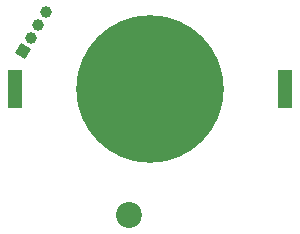
<source format=gbr>
%TF.GenerationSoftware,KiCad,Pcbnew,(6.0.4)*%
%TF.CreationDate,2022-11-09T14:01:57+01:00*%
%TF.ProjectId,cockTag,636f636b-5461-4672-9e6b-696361645f70,rev?*%
%TF.SameCoordinates,Original*%
%TF.FileFunction,Soldermask,Bot*%
%TF.FilePolarity,Negative*%
%FSLAX46Y46*%
G04 Gerber Fmt 4.6, Leading zero omitted, Abs format (unit mm)*
G04 Created by KiCad (PCBNEW (6.0.4)) date 2022-11-09 14:01:57*
%MOMM*%
%LPD*%
G01*
G04 APERTURE LIST*
G04 Aperture macros list*
%AMHorizOval*
0 Thick line with rounded ends*
0 $1 width*
0 $2 $3 position (X,Y) of the first rounded end (center of the circle)*
0 $4 $5 position (X,Y) of the second rounded end (center of the circle)*
0 Add line between two ends*
20,1,$1,$2,$3,$4,$5,0*
0 Add two circle primitives to create the rounded ends*
1,1,$1,$2,$3*
1,1,$1,$4,$5*%
%AMRotRect*
0 Rectangle, with rotation*
0 The origin of the aperture is its center*
0 $1 length*
0 $2 width*
0 $3 Rotation angle, in degrees counterclockwise*
0 Add horizontal line*
21,1,$1,$2,0,0,$3*%
G04 Aperture macros list end*
%ADD10RotRect,1.000000X1.000000X150.000000*%
%ADD11HorizOval,1.000000X0.000000X0.000000X0.000000X0.000000X0*%
%ADD12C,2.200000*%
%ADD13R,1.300000X3.200000*%
%ADD14O,12.500000X12.500000*%
G04 APERTURE END LIST*
D10*
%TO.C,J1*%
X139450000Y-96745449D03*
D11*
X140085000Y-95645597D03*
X140720000Y-94545744D03*
X141355000Y-93445892D03*
%TD*%
D12*
%TO.C,H1*%
X148400000Y-110700000D03*
%TD*%
D13*
%TO.C,BT1*%
X138750000Y-100000000D03*
X161650000Y-100000000D03*
D14*
X150200000Y-100000000D03*
%TD*%
M02*

</source>
